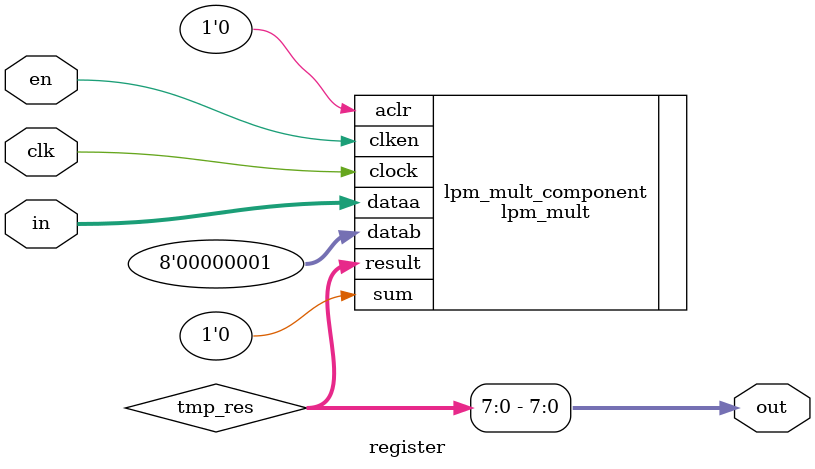
<source format=sv>

`include "constants.sv"

module register #(parameter WIDTH = 8) (input logic [WIDTH-1:0] in, input logic clk, en, output logic [WIDTH-1:0] out);

	logic [2*WIDTH-1:0] tmp_res;

	always_comb
		out = tmp_res[WIDTH-1:0];

	lpm_mult	lpm_mult_component (
				.clken (en),
				.clock (clk),
				.dataa (in),
				.datab ({7'b0,1'b1}),
				.result (tmp_res),
				.aclr (1'b0),
				.sum (1'b0));
	defparam
		lpm_mult_component.lpm_hint = "DEDICATED_MULTIPLIER_CIRCUITRY=YES,MAXIMIZE_SPEED=5",
		lpm_mult_component.lpm_pipeline = 1,
		lpm_mult_component.lpm_representation = "UNSIGNED",
		lpm_mult_component.lpm_type = "LPM_MULT",
		lpm_mult_component.lpm_widtha = WIDTH,
		lpm_mult_component.lpm_widthb = WIDTH,
		lpm_mult_component.lpm_widthp = 2*WIDTH;


endmodule

</source>
